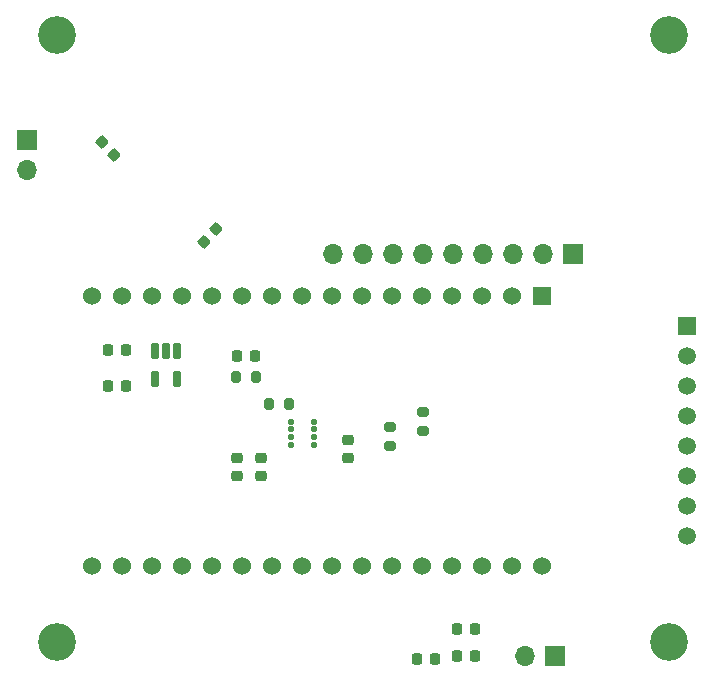
<source format=gbr>
%TF.GenerationSoftware,KiCad,Pcbnew,9.0.0*%
%TF.CreationDate,2026-02-03T13:11:21-06:00*%
%TF.ProjectId,FiltSure Prototype Three,46696c74-5375-4726-9520-50726f746f74,rev?*%
%TF.SameCoordinates,Original*%
%TF.FileFunction,Soldermask,Bot*%
%TF.FilePolarity,Negative*%
%FSLAX46Y46*%
G04 Gerber Fmt 4.6, Leading zero omitted, Abs format (unit mm)*
G04 Created by KiCad (PCBNEW 9.0.0) date 2026-02-03 13:11:21*
%MOMM*%
%LPD*%
G01*
G04 APERTURE LIST*
G04 Aperture macros list*
%AMRoundRect*
0 Rectangle with rounded corners*
0 $1 Rounding radius*
0 $2 $3 $4 $5 $6 $7 $8 $9 X,Y pos of 4 corners*
0 Add a 4 corners polygon primitive as box body*
4,1,4,$2,$3,$4,$5,$6,$7,$8,$9,$2,$3,0*
0 Add four circle primitives for the rounded corners*
1,1,$1+$1,$2,$3*
1,1,$1+$1,$4,$5*
1,1,$1+$1,$6,$7*
1,1,$1+$1,$8,$9*
0 Add four rect primitives between the rounded corners*
20,1,$1+$1,$2,$3,$4,$5,0*
20,1,$1+$1,$4,$5,$6,$7,0*
20,1,$1+$1,$6,$7,$8,$9,0*
20,1,$1+$1,$8,$9,$2,$3,0*%
G04 Aperture macros list end*
%ADD10C,3.200000*%
%ADD11R,1.700000X1.700000*%
%ADD12O,1.700000X1.700000*%
%ADD13R,1.524000X1.524000*%
%ADD14C,1.524000*%
%ADD15RoundRect,0.225000X-0.335876X-0.017678X-0.017678X-0.335876X0.335876X0.017678X0.017678X0.335876X0*%
%ADD16RoundRect,0.056250X-0.188750X-0.168750X0.188750X-0.168750X0.188750X0.168750X-0.188750X0.168750X0*%
%ADD17RoundRect,0.225000X0.250000X-0.225000X0.250000X0.225000X-0.250000X0.225000X-0.250000X-0.225000X0*%
%ADD18RoundRect,0.225000X0.225000X0.250000X-0.225000X0.250000X-0.225000X-0.250000X0.225000X-0.250000X0*%
%ADD19RoundRect,0.200000X0.275000X-0.200000X0.275000X0.200000X-0.275000X0.200000X-0.275000X-0.200000X0*%
%ADD20RoundRect,0.225000X-0.250000X0.225000X-0.250000X-0.225000X0.250000X-0.225000X0.250000X0.225000X0*%
%ADD21RoundRect,0.225000X-0.225000X-0.250000X0.225000X-0.250000X0.225000X0.250000X-0.225000X0.250000X0*%
%ADD22RoundRect,0.200000X-0.200000X-0.275000X0.200000X-0.275000X0.200000X0.275000X-0.200000X0.275000X0*%
%ADD23C,1.508000*%
%ADD24R,1.508000X1.508000*%
%ADD25RoundRect,0.225000X0.017678X-0.335876X0.335876X-0.017678X-0.017678X0.335876X-0.335876X0.017678X0*%
%ADD26RoundRect,0.045000X-0.255000X0.630000X-0.255000X-0.630000X0.255000X-0.630000X0.255000X0.630000X0*%
G04 APERTURE END LIST*
D10*
%TO.C,H4*%
X149707600Y-119383800D03*
%TD*%
%TO.C,H1*%
X149707600Y-68000000D03*
%TD*%
D11*
%TO.C,J1*%
X95351600Y-76851600D03*
D12*
X95351600Y-79391600D03*
%TD*%
D10*
%TO.C,H3*%
X97891600Y-119383800D03*
%TD*%
D11*
%TO.C,J2*%
X140060600Y-120544600D03*
D12*
X137520600Y-120544600D03*
%TD*%
D10*
%TO.C,H2*%
X97891600Y-68000000D03*
%TD*%
D13*
%TO.C,U2*%
X138980600Y-90064600D03*
D14*
X136440600Y-90064600D03*
X133900600Y-90064600D03*
X131360600Y-90064600D03*
X128820600Y-90064600D03*
X126280600Y-90064600D03*
X123740600Y-90064600D03*
X121200600Y-90064600D03*
X118660600Y-90064600D03*
X116120600Y-90064600D03*
X113580600Y-90064600D03*
X111040600Y-90064600D03*
X108500600Y-90064600D03*
X105960600Y-90064600D03*
X103420600Y-90064600D03*
X100880600Y-90064600D03*
X138980600Y-112924600D03*
X136440600Y-112924600D03*
X133900600Y-112924600D03*
X131360600Y-112924600D03*
X128820600Y-112924600D03*
X126280600Y-112924600D03*
X123740600Y-112924600D03*
X121200600Y-112924600D03*
X118660600Y-112924600D03*
X116120600Y-112924600D03*
X113580600Y-112924600D03*
X111040600Y-112924600D03*
X108500600Y-112924600D03*
X105960600Y-112924600D03*
X103420600Y-112924600D03*
X100880600Y-112924600D03*
%TD*%
D15*
%TO.C,R5*%
X101661592Y-77070592D03*
X102757608Y-78166608D03*
%TD*%
D16*
%TO.C,U5*%
X119643600Y-102682600D03*
X119643600Y-102032600D03*
X119643600Y-101382600D03*
X119643600Y-100732600D03*
X117703600Y-100732600D03*
X117703600Y-101382600D03*
X117703600Y-102032600D03*
X117703600Y-102682600D03*
%TD*%
D17*
%TO.C,R4*%
X122529600Y-103793600D03*
X122529600Y-102243600D03*
%TD*%
D18*
%TO.C,R6*%
X129908600Y-120798600D03*
X128358600Y-120798600D03*
%TD*%
D19*
%TO.C,R12*%
X128879600Y-101557600D03*
X128879600Y-99907600D03*
%TD*%
D20*
%TO.C,R5*%
X115163600Y-103767600D03*
X115163600Y-105317600D03*
%TD*%
D18*
%TO.C,C7*%
X133312200Y-118305600D03*
X131762200Y-118305600D03*
%TD*%
D20*
%TO.C,C4*%
X113131600Y-103767600D03*
X113131600Y-105317600D03*
%TD*%
D21*
%TO.C,Green1*%
X113118600Y-95144600D03*
X114668600Y-95144600D03*
%TD*%
D18*
%TO.C,R4*%
X133312200Y-120591600D03*
X131762200Y-120591600D03*
%TD*%
D22*
%TO.C,R3*%
X113068600Y-96922600D03*
X114718600Y-96922600D03*
%TD*%
D18*
%TO.C,C5*%
X103746600Y-97684600D03*
X102196600Y-97684600D03*
%TD*%
D19*
%TO.C,R11*%
X126085600Y-102827600D03*
X126085600Y-101177600D03*
%TD*%
D12*
%TO.C,U4*%
X136499600Y-86508600D03*
X133959600Y-86508600D03*
X131419600Y-86508600D03*
X139039600Y-86508600D03*
D11*
X141579600Y-86508600D03*
D12*
X126339600Y-86508600D03*
X123799600Y-86508600D03*
X121259600Y-86508600D03*
X128879600Y-86508600D03*
%TD*%
D23*
%TO.C,M1*%
X151231600Y-110384600D03*
X151231600Y-107844600D03*
X151231600Y-105304600D03*
X151231600Y-102764600D03*
X151231600Y-100224600D03*
X151231600Y-97684600D03*
X151231600Y-95144600D03*
D24*
X151231600Y-92604600D03*
%TD*%
D25*
%TO.C,R7*%
X110297592Y-85532608D03*
X111393608Y-84436592D03*
%TD*%
D22*
%TO.C,R10*%
X115862600Y-99208600D03*
X117512600Y-99208600D03*
%TD*%
D26*
%TO.C,U3*%
X106151600Y-94721600D03*
X107101600Y-94721600D03*
X108051600Y-94721600D03*
X108051600Y-97091600D03*
X106151600Y-97091600D03*
%TD*%
D18*
%TO.C,C6*%
X103746600Y-94636600D03*
X102196600Y-94636600D03*
%TD*%
M02*

</source>
